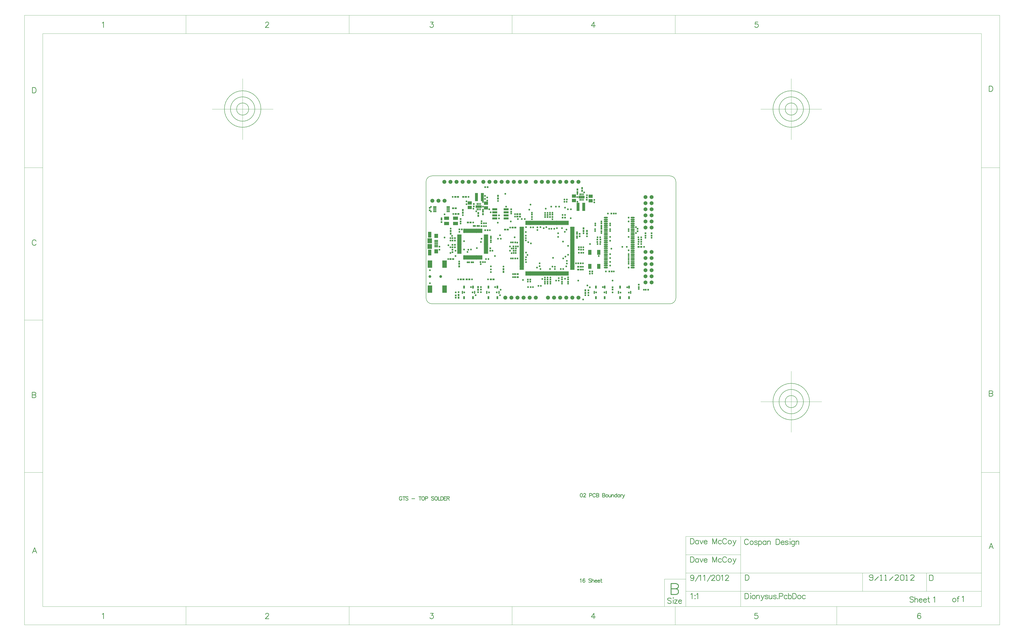
<source format=gts>
%FSLAX25Y25*%
%MOIN*%
G70*
G01*
G75*
G04 Layer_Color=8388736*
%ADD10R,0.02953X0.02559*%
%ADD11R,0.09843X0.03543*%
%ADD12R,0.00984X0.03150*%
%ADD13R,0.02559X0.02953*%
%ADD14R,0.04331X0.12598*%
%ADD15R,0.05906X0.05118*%
%ADD16R,0.02362X0.01969*%
%ADD17R,0.01969X0.02362*%
%ADD18R,0.01772X0.03937*%
%ADD19R,0.02362X0.03937*%
%ADD20R,0.02756X0.01969*%
%ADD21R,0.01969X0.02756*%
%ADD22R,0.07874X0.04724*%
%ADD23O,0.07087X0.01181*%
%ADD24O,0.01181X0.07087*%
%ADD25R,0.05315X0.01575*%
%ADD26R,0.05512X0.06299*%
%ADD27R,0.07087X0.07480*%
%ADD28R,0.05118X0.09055*%
%ADD29R,0.07087X0.11811*%
%ADD30R,0.04921X0.07284*%
%ADD31R,0.07480X0.02835*%
%ADD32R,0.04921X0.01378*%
%ADD33O,0.06102X0.02165*%
%ADD34C,0.00600*%
%ADD35C,0.01000*%
%ADD36C,0.02000*%
%ADD37C,0.03000*%
%ADD38C,0.01500*%
%ADD39C,0.00400*%
%ADD40C,0.00200*%
%ADD41C,0.01400*%
%ADD42C,0.06000*%
%ADD43C,0.03937*%
%ADD44C,0.05906*%
%ADD45C,0.02400*%
%ADD46C,0.04000*%
%ADD47C,0.14900*%
%ADD48C,0.06400*%
G04:AMPARAMS|DCode=49|XSize=80mil|YSize=80mil|CornerRadius=0mil|HoleSize=0mil|Usage=FLASHONLY|Rotation=0.000|XOffset=0mil|YOffset=0mil|HoleType=Round|Shape=Relief|Width=8mil|Gap=10mil|Entries=4|*
%AMTHD49*
7,0,0,0.08000,0.06000,0.00800,45*
%
%ADD49THD49*%
%ADD50C,0.09400*%
%ADD51C,0.03400*%
G04:AMPARAMS|DCode=52|XSize=50mil|YSize=50mil|CornerRadius=0mil|HoleSize=0mil|Usage=FLASHONLY|Rotation=0.000|XOffset=0mil|YOffset=0mil|HoleType=Round|Shape=Relief|Width=8mil|Gap=10mil|Entries=4|*
%AMTHD52*
7,0,0,0.05000,0.03000,0.00800,45*
%
%ADD52THD52*%
%ADD53C,0.00984*%
%ADD54C,0.02362*%
%ADD55C,0.00787*%
%ADD56C,0.00394*%
%ADD57R,0.03553X0.03159*%
%ADD58R,0.10394X0.04095*%
%ADD59R,0.01535X0.03701*%
%ADD60R,0.03159X0.03553*%
%ADD61R,0.04931X0.13198*%
%ADD62R,0.06506X0.05718*%
%ADD63R,0.02962X0.02569*%
%ADD64R,0.02569X0.02962*%
%ADD65R,0.02372X0.04537*%
%ADD66R,0.02962X0.04537*%
%ADD67R,0.03356X0.02569*%
%ADD68R,0.02569X0.03356*%
%ADD69R,0.08474X0.05324*%
%ADD70O,0.07687X0.01781*%
%ADD71O,0.01781X0.07687*%
%ADD72R,0.05915X0.02175*%
%ADD73R,0.06112X0.06899*%
%ADD74R,0.07687X0.08080*%
%ADD75R,0.05718X0.09655*%
%ADD76R,0.07687X0.12411*%
%ADD77R,0.05521X0.07883*%
%ADD78R,0.08080X0.03435*%
%ADD79R,0.05521X0.01978*%
%ADD80O,0.06702X0.02765*%
%ADD81C,0.00300*%
%ADD82C,0.06600*%
%ADD83C,0.04537*%
%ADD84C,0.06506*%
%ADD85C,0.03000*%
D34*
X400800Y400D02*
G03*
X410800Y10400I0J10000D01*
G01*
Y200400D02*
G03*
X400800Y210400I-10000J0D01*
G01*
X10800D02*
G03*
X800Y200400I0J-10000D01*
G01*
Y10400D02*
G03*
X10800Y400I10000J0D01*
G01*
X-270000Y320000D02*
G03*
X-270000Y320000I-30000J0D01*
G01*
X-280000D02*
G03*
X-280000Y320000I-20000J0D01*
G01*
X-290000D02*
G03*
X-290000Y320000I-10000J0D01*
G01*
X630000D02*
G03*
X630000Y320000I-30000J0D01*
G01*
X620000D02*
G03*
X620000Y320000I-20000J0D01*
G01*
X610000D02*
G03*
X610000Y320000I-10000J0D01*
G01*
X630000Y-160000D02*
G03*
X630000Y-160000I-30000J0D01*
G01*
X620000D02*
G03*
X620000Y-160000I-20000J0D01*
G01*
X610000D02*
G03*
X610000Y-160000I-10000J0D01*
G01*
X10800Y210400D02*
X400800D01*
X410800Y10400D02*
Y200400D01*
X10800Y400D02*
X400800D01*
X800Y10400D02*
Y200400D01*
D35*
X-38940Y-317064D02*
X-39226Y-316492D01*
X-39797Y-315921D01*
X-40369Y-315635D01*
X-41511D01*
X-42083Y-315921D01*
X-42654Y-316492D01*
X-42940Y-317064D01*
X-43225Y-317920D01*
Y-319349D01*
X-42940Y-320206D01*
X-42654Y-320777D01*
X-42083Y-321348D01*
X-41511Y-321634D01*
X-40369D01*
X-39797Y-321348D01*
X-39226Y-320777D01*
X-38940Y-320206D01*
Y-319349D01*
X-40369D02*
X-38940D01*
X-35570Y-315635D02*
Y-321634D01*
X-37569Y-315635D02*
X-33570D01*
X-28857Y-316492D02*
X-29428Y-315921D01*
X-30285Y-315635D01*
X-31428D01*
X-32285Y-315921D01*
X-32856Y-316492D01*
Y-317064D01*
X-32570Y-317635D01*
X-32285Y-317920D01*
X-31713Y-318206D01*
X-30000Y-318777D01*
X-29428Y-319063D01*
X-29142Y-319349D01*
X-28857Y-319920D01*
Y-320777D01*
X-29428Y-321348D01*
X-30285Y-321634D01*
X-31428D01*
X-32285Y-321348D01*
X-32856Y-320777D01*
X-22801Y-319063D02*
X-17659D01*
X-9175Y-315635D02*
Y-321634D01*
X-11175Y-315635D02*
X-7176D01*
X-4748D02*
X-5319Y-315921D01*
X-5890Y-316492D01*
X-6176Y-317064D01*
X-6462Y-317920D01*
Y-319349D01*
X-6176Y-320206D01*
X-5890Y-320777D01*
X-5319Y-321348D01*
X-4748Y-321634D01*
X-3605D01*
X-3034Y-321348D01*
X-2462Y-320777D01*
X-2177Y-320206D01*
X-1891Y-319349D01*
Y-317920D01*
X-2177Y-317064D01*
X-2462Y-316492D01*
X-3034Y-315921D01*
X-3605Y-315635D01*
X-4748D01*
X-491Y-318777D02*
X2079D01*
X2936Y-318492D01*
X3222Y-318206D01*
X3508Y-317635D01*
Y-316778D01*
X3222Y-316207D01*
X2936Y-315921D01*
X2079Y-315635D01*
X-491D01*
Y-321634D01*
X13563Y-316492D02*
X12991Y-315921D01*
X12134Y-315635D01*
X10992D01*
X10135Y-315921D01*
X9563Y-316492D01*
Y-317064D01*
X9849Y-317635D01*
X10135Y-317920D01*
X10706Y-318206D01*
X12420Y-318777D01*
X12991Y-319063D01*
X13277Y-319349D01*
X13563Y-319920D01*
Y-320777D01*
X12991Y-321348D01*
X12134Y-321634D01*
X10992D01*
X10135Y-321348D01*
X9563Y-320777D01*
X16619Y-315635D02*
X16048Y-315921D01*
X15476Y-316492D01*
X15191Y-317064D01*
X14905Y-317920D01*
Y-319349D01*
X15191Y-320206D01*
X15476Y-320777D01*
X16048Y-321348D01*
X16619Y-321634D01*
X17762D01*
X18333Y-321348D01*
X18904Y-320777D01*
X19190Y-320206D01*
X19476Y-319349D01*
Y-317920D01*
X19190Y-317064D01*
X18904Y-316492D01*
X18333Y-315921D01*
X17762Y-315635D01*
X16619D01*
X20875D02*
Y-321634D01*
X24303D01*
X24960Y-315635D02*
Y-321634D01*
Y-315635D02*
X26960D01*
X27817Y-315921D01*
X28388Y-316492D01*
X28674Y-317064D01*
X28959Y-317920D01*
Y-319349D01*
X28674Y-320206D01*
X28388Y-320777D01*
X27817Y-321348D01*
X26960Y-321634D01*
X24960D01*
X34015Y-315635D02*
X30302D01*
Y-321634D01*
X34015D01*
X30302Y-318492D02*
X32587D01*
X35015Y-315635D02*
Y-321634D01*
Y-315635D02*
X37586D01*
X38443Y-315921D01*
X38729Y-316207D01*
X39014Y-316778D01*
Y-317349D01*
X38729Y-317920D01*
X38443Y-318206D01*
X37586Y-318492D01*
X35015D01*
X37015D02*
X39014Y-321634D01*
X255214Y-310501D02*
X254357Y-310787D01*
X253786Y-311644D01*
X253500Y-313072D01*
Y-313929D01*
X253786Y-315357D01*
X254357Y-316214D01*
X255214Y-316500D01*
X255785D01*
X256642Y-316214D01*
X257213Y-315357D01*
X257499Y-313929D01*
Y-313072D01*
X257213Y-311644D01*
X256642Y-310787D01*
X255785Y-310501D01*
X255214D01*
X259127Y-311930D02*
Y-311644D01*
X259413Y-311073D01*
X259699Y-310787D01*
X260270Y-310501D01*
X261413D01*
X261984Y-310787D01*
X262269Y-311073D01*
X262555Y-311644D01*
Y-312215D01*
X262269Y-312787D01*
X261698Y-313644D01*
X258842Y-316500D01*
X262841D01*
X268897Y-313644D02*
X271468D01*
X272324Y-313358D01*
X272610Y-313072D01*
X272896Y-312501D01*
Y-311644D01*
X272610Y-311073D01*
X272324Y-310787D01*
X271468Y-310501D01*
X268897D01*
Y-316500D01*
X278523Y-311930D02*
X278238Y-311358D01*
X277666Y-310787D01*
X277095Y-310501D01*
X275952D01*
X275381Y-310787D01*
X274810Y-311358D01*
X274524Y-311930D01*
X274238Y-312787D01*
Y-314215D01*
X274524Y-315072D01*
X274810Y-315643D01*
X275381Y-316214D01*
X275952Y-316500D01*
X277095D01*
X277666Y-316214D01*
X278238Y-315643D01*
X278523Y-315072D01*
X280209Y-310501D02*
Y-316500D01*
Y-310501D02*
X282779D01*
X283636Y-310787D01*
X283922Y-311073D01*
X284208Y-311644D01*
Y-312215D01*
X283922Y-312787D01*
X283636Y-313072D01*
X282779Y-313358D01*
X280209D02*
X282779D01*
X283636Y-313644D01*
X283922Y-313929D01*
X284208Y-314500D01*
Y-315357D01*
X283922Y-315929D01*
X283636Y-316214D01*
X282779Y-316500D01*
X280209D01*
X290264Y-310501D02*
Y-316500D01*
Y-310501D02*
X292834D01*
X293691Y-310787D01*
X293977Y-311073D01*
X294263Y-311644D01*
Y-312215D01*
X293977Y-312787D01*
X293691Y-313072D01*
X292834Y-313358D01*
X290264D02*
X292834D01*
X293691Y-313644D01*
X293977Y-313929D01*
X294263Y-314500D01*
Y-315357D01*
X293977Y-315929D01*
X293691Y-316214D01*
X292834Y-316500D01*
X290264D01*
X297034Y-312501D02*
X296462Y-312787D01*
X295891Y-313358D01*
X295605Y-314215D01*
Y-314786D01*
X295891Y-315643D01*
X296462Y-316214D01*
X297034Y-316500D01*
X297890D01*
X298462Y-316214D01*
X299033Y-315643D01*
X299319Y-314786D01*
Y-314215D01*
X299033Y-313358D01*
X298462Y-312787D01*
X297890Y-312501D01*
X297034D01*
X300633D02*
Y-315357D01*
X300918Y-316214D01*
X301490Y-316500D01*
X302347D01*
X302918Y-316214D01*
X303775Y-315357D01*
Y-312501D02*
Y-316500D01*
X305346Y-312501D02*
Y-316500D01*
Y-313644D02*
X306203Y-312787D01*
X306774Y-312501D01*
X307631D01*
X308203Y-312787D01*
X308488Y-313644D01*
Y-316500D01*
X313487Y-310501D02*
Y-316500D01*
Y-313358D02*
X312916Y-312787D01*
X312345Y-312501D01*
X311488D01*
X310916Y-312787D01*
X310345Y-313358D01*
X310059Y-314215D01*
Y-314786D01*
X310345Y-315643D01*
X310916Y-316214D01*
X311488Y-316500D01*
X312345D01*
X312916Y-316214D01*
X313487Y-315643D01*
X318515Y-312501D02*
Y-316500D01*
Y-313358D02*
X317943Y-312787D01*
X317372Y-312501D01*
X316515D01*
X315944Y-312787D01*
X315372Y-313358D01*
X315087Y-314215D01*
Y-314786D01*
X315372Y-315643D01*
X315944Y-316214D01*
X316515Y-316500D01*
X317372D01*
X317943Y-316214D01*
X318515Y-315643D01*
X320114Y-312501D02*
Y-316500D01*
Y-314215D02*
X320400Y-313358D01*
X320971Y-312787D01*
X321543Y-312501D01*
X322399D01*
X323228D02*
X324942Y-316500D01*
X326656Y-312501D02*
X324942Y-316500D01*
X324371Y-317643D01*
X323799Y-318214D01*
X323228Y-318500D01*
X322942D01*
X253500Y-451644D02*
X254071Y-451358D01*
X254928Y-450501D01*
Y-456500D01*
X261327Y-451358D02*
X261041Y-450787D01*
X260184Y-450501D01*
X259613D01*
X258756Y-450787D01*
X258185Y-451644D01*
X257899Y-453072D01*
Y-454500D01*
X258185Y-455643D01*
X258756Y-456214D01*
X259613Y-456500D01*
X259899D01*
X260756Y-456214D01*
X261327Y-455643D01*
X261613Y-454786D01*
Y-454500D01*
X261327Y-453644D01*
X260756Y-453072D01*
X259899Y-452786D01*
X259613D01*
X258756Y-453072D01*
X258185Y-453644D01*
X257899Y-454500D01*
X271639Y-451358D02*
X271068Y-450787D01*
X270211Y-450501D01*
X269068D01*
X268211Y-450787D01*
X267640Y-451358D01*
Y-451930D01*
X267926Y-452501D01*
X268211Y-452786D01*
X268782Y-453072D01*
X270496Y-453644D01*
X271068Y-453929D01*
X271353Y-454215D01*
X271639Y-454786D01*
Y-455643D01*
X271068Y-456214D01*
X270211Y-456500D01*
X269068D01*
X268211Y-456214D01*
X267640Y-455643D01*
X272982Y-450501D02*
Y-456500D01*
Y-453644D02*
X273838Y-452786D01*
X274410Y-452501D01*
X275267D01*
X275838Y-452786D01*
X276124Y-453644D01*
Y-456500D01*
X277695Y-454215D02*
X281123D01*
Y-453644D01*
X280837Y-453072D01*
X280551Y-452786D01*
X279980Y-452501D01*
X279123D01*
X278552Y-452786D01*
X277980Y-453358D01*
X277695Y-454215D01*
Y-454786D01*
X277980Y-455643D01*
X278552Y-456214D01*
X279123Y-456500D01*
X279980D01*
X280551Y-456214D01*
X281123Y-455643D01*
X282408Y-454215D02*
X285836D01*
Y-453644D01*
X285550Y-453072D01*
X285265Y-452786D01*
X284693Y-452501D01*
X283836D01*
X283265Y-452786D01*
X282694Y-453358D01*
X282408Y-454215D01*
Y-454786D01*
X282694Y-455643D01*
X283265Y-456214D01*
X283836Y-456500D01*
X284693D01*
X285265Y-456214D01*
X285836Y-455643D01*
X287978Y-450501D02*
Y-455357D01*
X288264Y-456214D01*
X288835Y-456500D01*
X289407D01*
X287121Y-452501D02*
X289121D01*
X880091Y-480724D02*
X880947Y-480295D01*
X882233Y-479010D01*
Y-488008D01*
X826500Y-444503D02*
Y-453500D01*
X830999D01*
X832498Y-452001D01*
Y-446002D01*
X830999Y-444503D01*
X826500D01*
X833142Y-481708D02*
X833999Y-481280D01*
X835284Y-479994D01*
Y-488992D01*
X-530500Y461284D02*
X-529643Y461713D01*
X-528358Y462998D01*
Y454000D01*
X924500Y357998D02*
Y349000D01*
Y357998D02*
X927499D01*
X928785Y357570D01*
X929642Y356713D01*
X930070Y355856D01*
X930499Y354570D01*
Y352428D01*
X930070Y351142D01*
X929642Y350285D01*
X928785Y349429D01*
X927499Y349000D01*
X924500D01*
X529549Y-387581D02*
X529121Y-386724D01*
X528264Y-385867D01*
X527407Y-385439D01*
X525693D01*
X524836Y-385867D01*
X523979Y-386724D01*
X523551Y-387581D01*
X523122Y-388867D01*
Y-391009D01*
X523551Y-392295D01*
X523979Y-393152D01*
X524836Y-394008D01*
X525693Y-394437D01*
X527407D01*
X528264Y-394008D01*
X529121Y-393152D01*
X529549Y-392295D01*
X534220Y-388438D02*
X533363Y-388867D01*
X532506Y-389724D01*
X532077Y-391009D01*
Y-391866D01*
X532506Y-393152D01*
X533363Y-394008D01*
X534220Y-394437D01*
X535505D01*
X536362Y-394008D01*
X537219Y-393152D01*
X537647Y-391866D01*
Y-391009D01*
X537219Y-389724D01*
X536362Y-388867D01*
X535505Y-388438D01*
X534220D01*
X544332Y-389724D02*
X543903Y-388867D01*
X542618Y-388438D01*
X541332D01*
X540047Y-388867D01*
X539618Y-389724D01*
X540047Y-390581D01*
X540904Y-391009D01*
X543046Y-391438D01*
X543903Y-391866D01*
X544332Y-392723D01*
Y-393152D01*
X543903Y-394008D01*
X542618Y-394437D01*
X541332D01*
X540047Y-394008D01*
X539618Y-393152D01*
X546217Y-388438D02*
Y-397436D01*
Y-389724D02*
X547074Y-388867D01*
X547931Y-388438D01*
X549217D01*
X550073Y-388867D01*
X550930Y-389724D01*
X551359Y-391009D01*
Y-391866D01*
X550930Y-393152D01*
X550073Y-394008D01*
X549217Y-394437D01*
X547931D01*
X547074Y-394008D01*
X546217Y-393152D01*
X558429Y-388438D02*
Y-394437D01*
Y-389724D02*
X557572Y-388867D01*
X556715Y-388438D01*
X555429D01*
X554572Y-388867D01*
X553716Y-389724D01*
X553287Y-391009D01*
Y-391866D01*
X553716Y-393152D01*
X554572Y-394008D01*
X555429Y-394437D01*
X556715D01*
X557572Y-394008D01*
X558429Y-393152D01*
X560828Y-388438D02*
Y-394437D01*
Y-390152D02*
X562114Y-388867D01*
X562971Y-388438D01*
X564256D01*
X565113Y-388867D01*
X565542Y-390152D01*
Y-394437D01*
X574968Y-385439D02*
Y-394437D01*
Y-385439D02*
X577967D01*
X579253Y-385867D01*
X580110Y-386724D01*
X580538Y-387581D01*
X580967Y-388867D01*
Y-391009D01*
X580538Y-392295D01*
X580110Y-393152D01*
X579253Y-394008D01*
X577967Y-394437D01*
X574968D01*
X582981Y-391009D02*
X588122D01*
Y-390152D01*
X587694Y-389295D01*
X587265Y-388867D01*
X586409Y-388438D01*
X585123D01*
X584266Y-388867D01*
X583409Y-389724D01*
X582981Y-391009D01*
Y-391866D01*
X583409Y-393152D01*
X584266Y-394008D01*
X585123Y-394437D01*
X586409D01*
X587265Y-394008D01*
X588122Y-393152D01*
X594764Y-389724D02*
X594335Y-388867D01*
X593050Y-388438D01*
X591764D01*
X590479Y-388867D01*
X590051Y-389724D01*
X590479Y-390581D01*
X591336Y-391009D01*
X593478Y-391438D01*
X594335Y-391866D01*
X594764Y-392723D01*
Y-393152D01*
X594335Y-394008D01*
X593050Y-394437D01*
X591764D01*
X590479Y-394008D01*
X590051Y-393152D01*
X597506Y-385439D02*
X597935Y-385867D01*
X598363Y-385439D01*
X597935Y-385011D01*
X597506Y-385439D01*
X597935Y-388438D02*
Y-394437D01*
X605090Y-388438D02*
Y-395294D01*
X604662Y-396579D01*
X604233Y-397008D01*
X603376Y-397436D01*
X602091D01*
X601234Y-397008D01*
X605090Y-389724D02*
X604233Y-388867D01*
X603376Y-388438D01*
X602091D01*
X601234Y-388867D01*
X600377Y-389724D01*
X599948Y-391009D01*
Y-391866D01*
X600377Y-393152D01*
X601234Y-394008D01*
X602091Y-394437D01*
X603376D01*
X604233Y-394008D01*
X605090Y-393152D01*
X607490Y-388438D02*
Y-394437D01*
Y-390152D02*
X608775Y-388867D01*
X609632Y-388438D01*
X610918D01*
X611774Y-388867D01*
X612203Y-390152D01*
Y-394437D01*
X931356Y-401000D02*
X927928Y-392002D01*
X924500Y-401000D01*
X925785Y-398001D02*
X930070D01*
X-262572Y460856D02*
Y461284D01*
X-262143Y462141D01*
X-261715Y462570D01*
X-260858Y462998D01*
X-259144D01*
X-258287Y462570D01*
X-257858Y462141D01*
X-257430Y461284D01*
Y460427D01*
X-257858Y459570D01*
X-258715Y458285D01*
X-263000Y454000D01*
X-257001D01*
X7857Y462998D02*
X12570D01*
X9999Y459570D01*
X11285D01*
X12142Y459142D01*
X12570Y458713D01*
X12999Y457428D01*
Y456571D01*
X12570Y455285D01*
X11713Y454428D01*
X10428Y454000D01*
X9142D01*
X7857Y454428D01*
X7429Y454857D01*
X7000Y455714D01*
X276285Y462998D02*
X272000Y456999D01*
X278427D01*
X276285Y462998D02*
Y454000D01*
X545142Y462998D02*
X540857D01*
X540428Y459142D01*
X540857Y459570D01*
X542142Y459999D01*
X543428D01*
X544713Y459570D01*
X545570Y458713D01*
X545999Y457428D01*
Y456571D01*
X545570Y455285D01*
X544713Y454428D01*
X543428Y454000D01*
X542142D01*
X540857Y454428D01*
X540428Y454857D01*
X540000Y455714D01*
X-530500Y-508716D02*
X-529643Y-508287D01*
X-528358Y-507002D01*
Y-516000D01*
X-262572Y-509144D02*
Y-508716D01*
X-262143Y-507859D01*
X-261715Y-507430D01*
X-260858Y-507002D01*
X-259144D01*
X-258287Y-507430D01*
X-257858Y-507859D01*
X-257430Y-508716D01*
Y-509573D01*
X-257858Y-510430D01*
X-258715Y-511715D01*
X-263000Y-516000D01*
X-257001D01*
X7857Y-507002D02*
X12570D01*
X9999Y-510430D01*
X11285D01*
X12142Y-510858D01*
X12570Y-511287D01*
X12999Y-512572D01*
Y-513429D01*
X12570Y-514715D01*
X11713Y-515571D01*
X10428Y-516000D01*
X9142D01*
X7857Y-515571D01*
X7429Y-515143D01*
X7000Y-514286D01*
X276285Y-507002D02*
X272000Y-513001D01*
X278427D01*
X276285Y-507002D02*
Y-516000D01*
X544642Y-507002D02*
X540357D01*
X539928Y-510858D01*
X540357Y-510430D01*
X541642Y-510001D01*
X542928D01*
X544213Y-510430D01*
X545070Y-511287D01*
X545499Y-512572D01*
Y-513429D01*
X545070Y-514715D01*
X544213Y-515571D01*
X542928Y-516000D01*
X541642D01*
X540357Y-515571D01*
X539928Y-515143D01*
X539500Y-514286D01*
X728000Y-451501D02*
X729499Y-453000D01*
X732499D01*
X733998Y-451501D01*
Y-445502D01*
X732499Y-444003D01*
X729499D01*
X728000Y-445502D01*
Y-447002D01*
X729499Y-448501D01*
X733998D01*
X736997Y-453000D02*
X742995Y-447002D01*
X745994Y-453000D02*
X748993D01*
X747494D01*
Y-444003D01*
X745994Y-445502D01*
X753492Y-453000D02*
X756491D01*
X754991D01*
Y-444003D01*
X753492Y-445502D01*
X760989Y-453000D02*
X766987Y-447002D01*
X775984Y-453000D02*
X769986D01*
X775984Y-447002D01*
Y-445502D01*
X774485Y-444003D01*
X771486D01*
X769986Y-445502D01*
X778983D02*
X780483Y-444003D01*
X783482D01*
X784982Y-445502D01*
Y-451501D01*
X783482Y-453000D01*
X780483D01*
X778983Y-451501D01*
Y-445502D01*
X787981Y-453000D02*
X790980D01*
X789480D01*
Y-444003D01*
X787981Y-445502D01*
X801476Y-453000D02*
X795478D01*
X801476Y-447002D01*
Y-445502D01*
X799977Y-444003D01*
X796978D01*
X795478Y-445502D01*
X524500Y-444002D02*
Y-453000D01*
Y-444002D02*
X527499D01*
X528785Y-444430D01*
X529642Y-445287D01*
X530070Y-446144D01*
X530499Y-447430D01*
Y-449572D01*
X530070Y-450858D01*
X529642Y-451715D01*
X528785Y-452571D01*
X527499Y-453000D01*
X524500D01*
X800499Y-481287D02*
X799642Y-480430D01*
X798356Y-480002D01*
X796642D01*
X795357Y-480430D01*
X794500Y-481287D01*
Y-482144D01*
X794929Y-483001D01*
X795357Y-483430D01*
X796214Y-483858D01*
X798785Y-484715D01*
X799642Y-485144D01*
X800070Y-485572D01*
X800499Y-486429D01*
Y-487715D01*
X799642Y-488572D01*
X798356Y-489000D01*
X796642D01*
X795357Y-488572D01*
X794500Y-487715D01*
X802513Y-480002D02*
Y-489000D01*
Y-484715D02*
X803798Y-483430D01*
X804655Y-483001D01*
X805940D01*
X806797Y-483430D01*
X807226Y-484715D01*
Y-489000D01*
X809583Y-485572D02*
X814724D01*
Y-484715D01*
X814296Y-483858D01*
X813867Y-483430D01*
X813010Y-483001D01*
X811725D01*
X810868Y-483430D01*
X810011Y-484287D01*
X809583Y-485572D01*
Y-486429D01*
X810011Y-487715D01*
X810868Y-488572D01*
X811725Y-489000D01*
X813010D01*
X813867Y-488572D01*
X814724Y-487715D01*
X816652Y-485572D02*
X821794D01*
Y-484715D01*
X821366Y-483858D01*
X820937Y-483430D01*
X820080Y-483001D01*
X818795D01*
X817938Y-483430D01*
X817081Y-484287D01*
X816652Y-485572D01*
Y-486429D01*
X817081Y-487715D01*
X817938Y-488572D01*
X818795Y-489000D01*
X820080D01*
X820937Y-488572D01*
X821794Y-487715D01*
X825008Y-480002D02*
Y-487286D01*
X825436Y-488572D01*
X826293Y-489000D01*
X827150D01*
X823722Y-483001D02*
X826722D01*
X866642Y-482501D02*
X865785Y-482930D01*
X864929Y-483787D01*
X864500Y-485072D01*
Y-485929D01*
X864929Y-487215D01*
X865785Y-488071D01*
X866642Y-488500D01*
X867928D01*
X868785Y-488071D01*
X869642Y-487215D01*
X870070Y-485929D01*
Y-485072D01*
X869642Y-483787D01*
X868785Y-482930D01*
X867928Y-482501D01*
X866642D01*
X875469Y-479502D02*
X874612D01*
X873755Y-479930D01*
X873327Y-481216D01*
Y-488500D01*
X872041Y-482501D02*
X875041D01*
X434500Y-384502D02*
Y-393500D01*
Y-384502D02*
X437499D01*
X438785Y-384930D01*
X439642Y-385787D01*
X440070Y-386644D01*
X440499Y-387930D01*
Y-390072D01*
X440070Y-391358D01*
X439642Y-392215D01*
X438785Y-393072D01*
X437499Y-393500D01*
X434500D01*
X447654Y-387501D02*
Y-393500D01*
Y-388787D02*
X446797Y-387930D01*
X445940Y-387501D01*
X444655D01*
X443798Y-387930D01*
X442941Y-388787D01*
X442513Y-390072D01*
Y-390929D01*
X442941Y-392215D01*
X443798Y-393072D01*
X444655Y-393500D01*
X445940D01*
X446797Y-393072D01*
X447654Y-392215D01*
X450054Y-387501D02*
X452625Y-393500D01*
X455196Y-387501D02*
X452625Y-393500D01*
X456652Y-390072D02*
X461794D01*
Y-389215D01*
X461366Y-388358D01*
X460937Y-387930D01*
X460080Y-387501D01*
X458795D01*
X457938Y-387930D01*
X457081Y-388787D01*
X456652Y-390072D01*
Y-390929D01*
X457081Y-392215D01*
X457938Y-393072D01*
X458795Y-393500D01*
X460080D01*
X460937Y-393072D01*
X461794Y-392215D01*
X470792Y-384502D02*
Y-393500D01*
Y-384502D02*
X474220Y-393500D01*
X477648Y-384502D02*
X474220Y-393500D01*
X477648Y-384502D02*
Y-393500D01*
X485360Y-388787D02*
X484504Y-387930D01*
X483647Y-387501D01*
X482361D01*
X481504Y-387930D01*
X480647Y-388787D01*
X480219Y-390072D01*
Y-390929D01*
X480647Y-392215D01*
X481504Y-393072D01*
X482361Y-393500D01*
X483647D01*
X484504Y-393072D01*
X485360Y-392215D01*
X493716Y-386644D02*
X493287Y-385787D01*
X492430Y-384930D01*
X491573Y-384502D01*
X489860D01*
X489003Y-384930D01*
X488146Y-385787D01*
X487717Y-386644D01*
X487289Y-387930D01*
Y-390072D01*
X487717Y-391358D01*
X488146Y-392215D01*
X489003Y-393072D01*
X489860Y-393500D01*
X491573D01*
X492430Y-393072D01*
X493287Y-392215D01*
X493716Y-391358D01*
X498386Y-387501D02*
X497529Y-387930D01*
X496672Y-388787D01*
X496244Y-390072D01*
Y-390929D01*
X496672Y-392215D01*
X497529Y-393072D01*
X498386Y-393500D01*
X499672D01*
X500529Y-393072D01*
X501386Y-392215D01*
X501814Y-390929D01*
Y-390072D01*
X501386Y-388787D01*
X500529Y-387930D01*
X499672Y-387501D01*
X498386D01*
X504214D02*
X506784Y-393500D01*
X509355Y-387501D02*
X506784Y-393500D01*
X505928Y-395214D01*
X505071Y-396071D01*
X504214Y-396499D01*
X503785D01*
X434500Y-414502D02*
Y-423500D01*
Y-414502D02*
X437499D01*
X438785Y-414930D01*
X439642Y-415787D01*
X440070Y-416644D01*
X440499Y-417930D01*
Y-420072D01*
X440070Y-421358D01*
X439642Y-422215D01*
X438785Y-423071D01*
X437499Y-423500D01*
X434500D01*
X447654Y-417501D02*
Y-423500D01*
Y-418787D02*
X446797Y-417930D01*
X445940Y-417501D01*
X444655D01*
X443798Y-417930D01*
X442941Y-418787D01*
X442513Y-420072D01*
Y-420929D01*
X442941Y-422215D01*
X443798Y-423071D01*
X444655Y-423500D01*
X445940D01*
X446797Y-423071D01*
X447654Y-422215D01*
X450054Y-417501D02*
X452625Y-423500D01*
X455196Y-417501D02*
X452625Y-423500D01*
X456652Y-420072D02*
X461794D01*
Y-419215D01*
X461366Y-418358D01*
X460937Y-417930D01*
X460080Y-417501D01*
X458795D01*
X457938Y-417930D01*
X457081Y-418787D01*
X456652Y-420072D01*
Y-420929D01*
X457081Y-422215D01*
X457938Y-423071D01*
X458795Y-423500D01*
X460080D01*
X460937Y-423071D01*
X461794Y-422215D01*
X470792Y-414502D02*
Y-423500D01*
Y-414502D02*
X474220Y-423500D01*
X477648Y-414502D02*
X474220Y-423500D01*
X477648Y-414502D02*
Y-423500D01*
X485360Y-418787D02*
X484504Y-417930D01*
X483647Y-417501D01*
X482361D01*
X481504Y-417930D01*
X480647Y-418787D01*
X480219Y-420072D01*
Y-420929D01*
X480647Y-422215D01*
X481504Y-423071D01*
X482361Y-423500D01*
X483647D01*
X484504Y-423071D01*
X485360Y-422215D01*
X493716Y-416644D02*
X493287Y-415787D01*
X492430Y-414930D01*
X491573Y-414502D01*
X489860D01*
X489003Y-414930D01*
X488146Y-415787D01*
X487717Y-416644D01*
X487289Y-417930D01*
Y-420072D01*
X487717Y-421358D01*
X488146Y-422215D01*
X489003Y-423071D01*
X489860Y-423500D01*
X491573D01*
X492430Y-423071D01*
X493287Y-422215D01*
X493716Y-421358D01*
X498386Y-417501D02*
X497529Y-417930D01*
X496672Y-418787D01*
X496244Y-420072D01*
Y-420929D01*
X496672Y-422215D01*
X497529Y-423071D01*
X498386Y-423500D01*
X499672D01*
X500529Y-423071D01*
X501386Y-422215D01*
X501814Y-420929D01*
Y-420072D01*
X501386Y-418787D01*
X500529Y-417930D01*
X499672Y-417501D01*
X498386D01*
X504214D02*
X506784Y-423500D01*
X509355Y-417501D02*
X506784Y-423500D01*
X505928Y-425214D01*
X505071Y-426071D01*
X504214Y-426499D01*
X503785D01*
X440070Y-447501D02*
X439642Y-448787D01*
X438785Y-449644D01*
X437499Y-450072D01*
X437071D01*
X435785Y-449644D01*
X434929Y-448787D01*
X434500Y-447501D01*
Y-447073D01*
X434929Y-445787D01*
X435785Y-444930D01*
X437071Y-444502D01*
X437499D01*
X438785Y-444930D01*
X439642Y-445787D01*
X440070Y-447501D01*
Y-449644D01*
X439642Y-451786D01*
X438785Y-453071D01*
X437499Y-453500D01*
X436642D01*
X435357Y-453071D01*
X434929Y-452215D01*
X442513Y-454785D02*
X448511Y-444502D01*
X449111Y-446216D02*
X449968Y-445787D01*
X451254Y-444502D01*
Y-453500D01*
X455710Y-446216D02*
X456567Y-445787D01*
X457852Y-444502D01*
Y-453500D01*
X462308Y-454785D02*
X468307Y-444502D01*
X469335Y-446644D02*
Y-446216D01*
X469764Y-445359D01*
X470192Y-444930D01*
X471049Y-444502D01*
X472763D01*
X473620Y-444930D01*
X474049Y-445359D01*
X474477Y-446216D01*
Y-447073D01*
X474049Y-447930D01*
X473192Y-449215D01*
X468907Y-453500D01*
X474906D01*
X479490Y-444502D02*
X478205Y-444930D01*
X477348Y-446216D01*
X476920Y-448358D01*
Y-449644D01*
X477348Y-451786D01*
X478205Y-453071D01*
X479490Y-453500D01*
X480347D01*
X481633Y-453071D01*
X482490Y-451786D01*
X482918Y-449644D01*
Y-448358D01*
X482490Y-446216D01*
X481633Y-444930D01*
X480347Y-444502D01*
X479490D01*
X484932Y-446216D02*
X485789Y-445787D01*
X487075Y-444502D01*
Y-453500D01*
X491959Y-446644D02*
Y-446216D01*
X492388Y-445359D01*
X492816Y-444930D01*
X493673Y-444502D01*
X495387D01*
X496244Y-444930D01*
X496672Y-445359D01*
X497101Y-446216D01*
Y-447073D01*
X496672Y-447930D01*
X495816Y-449215D01*
X491531Y-453500D01*
X497529D01*
X402999Y-483287D02*
X402142Y-482430D01*
X400856Y-482002D01*
X399142D01*
X397857Y-482430D01*
X397000Y-483287D01*
Y-484144D01*
X397428Y-485001D01*
X397857Y-485430D01*
X398714Y-485858D01*
X401285Y-486715D01*
X402142Y-487144D01*
X402570Y-487572D01*
X402999Y-488429D01*
Y-489715D01*
X402142Y-490571D01*
X400856Y-491000D01*
X399142D01*
X397857Y-490571D01*
X397000Y-489715D01*
X405869Y-482002D02*
X406298Y-482430D01*
X406727Y-482002D01*
X406298Y-481573D01*
X405869Y-482002D01*
X406298Y-485001D02*
Y-491000D01*
X413025Y-485001D02*
X408312Y-491000D01*
Y-485001D02*
X413025D01*
X408312Y-491000D02*
X413025D01*
X414911Y-487572D02*
X420052D01*
Y-486715D01*
X419624Y-485858D01*
X419195Y-485430D01*
X418338Y-485001D01*
X417053D01*
X416196Y-485430D01*
X415339Y-486287D01*
X414911Y-487572D01*
Y-488429D01*
X415339Y-489715D01*
X416196Y-490571D01*
X417053Y-491000D01*
X418338D01*
X419195Y-490571D01*
X420052Y-489715D01*
X435000Y-476216D02*
X435857Y-475787D01*
X437142Y-474502D01*
Y-483500D01*
X442027Y-477501D02*
X441599Y-477930D01*
X442027Y-478358D01*
X442456Y-477930D01*
X442027Y-477501D01*
Y-482643D02*
X441599Y-483072D01*
X442027Y-483500D01*
X442456Y-483072D01*
X442027Y-482643D01*
X444427Y-476216D02*
X445284Y-475787D01*
X446569Y-474502D01*
Y-483500D01*
X524000Y-474502D02*
Y-483500D01*
Y-474502D02*
X526999D01*
X528285Y-474930D01*
X529142Y-475787D01*
X529570Y-476644D01*
X529999Y-477930D01*
Y-480072D01*
X529570Y-481358D01*
X529142Y-482215D01*
X528285Y-483072D01*
X526999Y-483500D01*
X524000D01*
X532869Y-474502D02*
X533298Y-474930D01*
X533727Y-474502D01*
X533298Y-474073D01*
X532869Y-474502D01*
X533298Y-477501D02*
Y-483500D01*
X537454Y-477501D02*
X536597Y-477930D01*
X535740Y-478787D01*
X535312Y-480072D01*
Y-480929D01*
X535740Y-482215D01*
X536597Y-483072D01*
X537454Y-483500D01*
X538740D01*
X539597Y-483072D01*
X540454Y-482215D01*
X540882Y-480929D01*
Y-480072D01*
X540454Y-478787D01*
X539597Y-477930D01*
X538740Y-477501D01*
X537454D01*
X542853D02*
Y-483500D01*
Y-479215D02*
X544138Y-477930D01*
X544995Y-477501D01*
X546281D01*
X547138Y-477930D01*
X547566Y-479215D01*
Y-483500D01*
X550351Y-477501D02*
X552922Y-483500D01*
X555493Y-477501D02*
X552922Y-483500D01*
X552065Y-485214D01*
X551208Y-486071D01*
X550351Y-486499D01*
X549923D01*
X561706Y-478787D02*
X561278Y-477930D01*
X559992Y-477501D01*
X558707D01*
X557421Y-477930D01*
X556993Y-478787D01*
X557421Y-479644D01*
X558278Y-480072D01*
X560421Y-480501D01*
X561278Y-480929D01*
X561706Y-481786D01*
Y-482215D01*
X561278Y-483072D01*
X559992Y-483500D01*
X558707D01*
X557421Y-483072D01*
X556993Y-482215D01*
X563591Y-477501D02*
Y-481786D01*
X564020Y-483072D01*
X564877Y-483500D01*
X566162D01*
X567019Y-483072D01*
X568305Y-481786D01*
Y-477501D02*
Y-483500D01*
X575375Y-478787D02*
X574946Y-477930D01*
X573661Y-477501D01*
X572375D01*
X571090Y-477930D01*
X570661Y-478787D01*
X571090Y-479644D01*
X571947Y-480072D01*
X574089Y-480501D01*
X574946Y-480929D01*
X575375Y-481786D01*
Y-482215D01*
X574946Y-483072D01*
X573661Y-483500D01*
X572375D01*
X571090Y-483072D01*
X570661Y-482215D01*
X577689Y-482643D02*
X577260Y-483072D01*
X577689Y-483500D01*
X578117Y-483072D01*
X577689Y-482643D01*
X580088Y-479215D02*
X583944D01*
X585230Y-478787D01*
X585658Y-478358D01*
X586087Y-477501D01*
Y-476216D01*
X585658Y-475359D01*
X585230Y-474930D01*
X583944Y-474502D01*
X580088D01*
Y-483500D01*
X593242Y-478787D02*
X592385Y-477930D01*
X591528Y-477501D01*
X590243D01*
X589386Y-477930D01*
X588529Y-478787D01*
X588101Y-480072D01*
Y-480929D01*
X588529Y-482215D01*
X589386Y-483072D01*
X590243Y-483500D01*
X591528D01*
X592385Y-483072D01*
X593242Y-482215D01*
X595170Y-474502D02*
Y-483500D01*
Y-478787D02*
X596027Y-477930D01*
X596884Y-477501D01*
X598170D01*
X599027Y-477930D01*
X599884Y-478787D01*
X600312Y-480072D01*
Y-480929D01*
X599884Y-482215D01*
X599027Y-483072D01*
X598170Y-483500D01*
X596884D01*
X596027Y-483072D01*
X595170Y-482215D01*
X602240Y-474502D02*
Y-483500D01*
Y-474502D02*
X605240D01*
X606525Y-474930D01*
X607382Y-475787D01*
X607811Y-476644D01*
X608239Y-477930D01*
Y-480072D01*
X607811Y-481358D01*
X607382Y-482215D01*
X606525Y-483072D01*
X605240Y-483500D01*
X602240D01*
X612395Y-477501D02*
X611538Y-477930D01*
X610681Y-478787D01*
X610253Y-480072D01*
Y-480929D01*
X610681Y-482215D01*
X611538Y-483072D01*
X612395Y-483500D01*
X613681D01*
X614538Y-483072D01*
X615395Y-482215D01*
X615823Y-480929D01*
Y-480072D01*
X615395Y-478787D01*
X614538Y-477930D01*
X613681Y-477501D01*
X612395D01*
X622936Y-478787D02*
X622079Y-477930D01*
X621222Y-477501D01*
X619937D01*
X619080Y-477930D01*
X618223Y-478787D01*
X617794Y-480072D01*
Y-480929D01*
X618223Y-482215D01*
X619080Y-483072D01*
X619937Y-483500D01*
X621222D01*
X622079Y-483072D01*
X622936Y-482215D01*
X812142Y-508287D02*
X811713Y-507430D01*
X810428Y-507002D01*
X809571D01*
X808285Y-507430D01*
X807428Y-508716D01*
X807000Y-510858D01*
Y-513001D01*
X807428Y-514715D01*
X808285Y-515571D01*
X809571Y-516000D01*
X809999D01*
X811285Y-515571D01*
X812142Y-514715D01*
X812570Y-513429D01*
Y-513001D01*
X812142Y-511715D01*
X811285Y-510858D01*
X809999Y-510430D01*
X809571D01*
X808285Y-510858D01*
X807428Y-511715D01*
X807000Y-513001D01*
X-645000Y355498D02*
Y346500D01*
Y355498D02*
X-642001D01*
X-640715Y355070D01*
X-639858Y354213D01*
X-639430Y353356D01*
X-639001Y352070D01*
Y349928D01*
X-639430Y348642D01*
X-639858Y347785D01*
X-640715Y346929D01*
X-642001Y346500D01*
X-645000D01*
X-639073Y103356D02*
X-639501Y104213D01*
X-640358Y105070D01*
X-641215Y105498D01*
X-642929D01*
X-643786Y105070D01*
X-644643Y104213D01*
X-645072Y103356D01*
X-645500Y102070D01*
Y99928D01*
X-645072Y98642D01*
X-644643Y97785D01*
X-643786Y96929D01*
X-642929Y96500D01*
X-641215D01*
X-640358Y96929D01*
X-639501Y97785D01*
X-639073Y98642D01*
X-645500Y-144502D02*
Y-153500D01*
Y-144502D02*
X-641644D01*
X-640358Y-144930D01*
X-639930Y-145359D01*
X-639501Y-146216D01*
Y-147073D01*
X-639930Y-147930D01*
X-640358Y-148358D01*
X-641644Y-148787D01*
X-645500D02*
X-641644D01*
X-640358Y-149215D01*
X-639930Y-149644D01*
X-639501Y-150501D01*
Y-151786D01*
X-639930Y-152643D01*
X-640358Y-153071D01*
X-641644Y-153500D01*
X-645500D01*
X-638144Y-408500D02*
X-641572Y-399502D01*
X-645000Y-408500D01*
X-643715Y-405501D02*
X-639430D01*
X924500Y-142002D02*
Y-151000D01*
Y-142002D02*
X928356D01*
X929642Y-142430D01*
X930070Y-142859D01*
X930499Y-143716D01*
Y-144573D01*
X930070Y-145430D01*
X929642Y-145858D01*
X928356Y-146287D01*
X924500D02*
X928356D01*
X929642Y-146715D01*
X930070Y-147144D01*
X930499Y-148001D01*
Y-149286D01*
X930070Y-150143D01*
X929642Y-150572D01*
X928356Y-151000D01*
X924500D01*
D39*
X-300000Y320000D02*
X-250000D01*
X-350000D02*
X-300000D01*
Y370000D01*
Y270000D02*
Y320000D01*
X600000D02*
X650000D01*
X550000D02*
X600000D01*
Y370000D01*
Y270000D02*
Y320000D01*
Y-160000D02*
Y-110000D01*
Y-210000D02*
Y-160000D01*
X650000D01*
X550000D02*
X600000D01*
D40*
X-628000Y444000D02*
X912000D01*
X517000Y-381000D02*
X912000D01*
X392000Y-496000D02*
Y-451000D01*
X427000D01*
Y-496000D02*
Y-381000D01*
X517000Y-496000D02*
Y-381000D01*
X717000Y-471000D02*
Y-441000D01*
X822000Y-471000D02*
Y-441000D01*
X427000Y-381000D02*
X517000D01*
X427000Y-441000D02*
X912000D01*
X427000Y-471000D02*
X912000D01*
X427000Y-411000D02*
X517000D01*
X674500Y-526000D02*
Y-496000D01*
X409500Y-526000D02*
Y-496000D01*
X-125500Y-526000D02*
Y-496000D01*
X142000Y-526000D02*
Y-496000D01*
X-393000Y-526000D02*
Y-496000D01*
X409500Y444000D02*
Y474000D01*
X-125500Y444000D02*
Y474000D01*
X142000Y444000D02*
Y474000D01*
X912000Y224000D02*
X942000D01*
X912000Y-276000D02*
X942000D01*
X-393000Y444000D02*
Y474000D01*
X-658000Y224000D02*
X-628000D01*
X-658000Y-276000D02*
X-628000D01*
X912000Y-496000D02*
Y444000D01*
X-658000Y-26000D02*
X-628000D01*
Y-496000D02*
X912000D01*
X-628000D02*
Y444000D01*
X-658000Y-526000D02*
X942000D01*
Y474000D01*
X-658000D02*
X942000D01*
X-658000Y-526000D02*
Y474000D01*
D41*
X403000Y-458504D02*
Y-476500D01*
Y-458504D02*
X410713D01*
X413283Y-459361D01*
X414141Y-460218D01*
X414997Y-461932D01*
Y-463646D01*
X414141Y-465359D01*
X413283Y-466217D01*
X410713Y-467073D01*
X403000D02*
X410713D01*
X413283Y-467930D01*
X414141Y-468787D01*
X414997Y-470501D01*
Y-473072D01*
X414141Y-474786D01*
X413283Y-475643D01*
X410713Y-476500D01*
X403000D01*
D57*
X142735Y125400D02*
D03*
X147065D02*
D03*
X62265Y40400D02*
D03*
X57935D02*
D03*
X250435Y61100D02*
D03*
X254765D02*
D03*
X250435Y56400D02*
D03*
X254765D02*
D03*
X147035Y44300D02*
D03*
X151365D02*
D03*
X353831Y94000D02*
D03*
X349500D02*
D03*
X45300Y73900D02*
D03*
X40969D02*
D03*
X53865Y148000D02*
D03*
X49535D02*
D03*
X69635Y133800D02*
D03*
X73965D02*
D03*
X45157Y157080D02*
D03*
X49487D02*
D03*
X151365Y49300D02*
D03*
X147035D02*
D03*
X134765Y122100D02*
D03*
X130435D02*
D03*
X53165Y175900D02*
D03*
X48835D02*
D03*
X154800Y143500D02*
D03*
X150469D02*
D03*
Y147400D02*
D03*
X154800D02*
D03*
D58*
X87375Y160000D02*
D03*
X256025Y175400D02*
D03*
D59*
X84422Y164331D02*
D03*
X86391D02*
D03*
X88359D02*
D03*
X90328D02*
D03*
Y155669D02*
D03*
X88359D02*
D03*
X86391D02*
D03*
X84422D02*
D03*
X258978Y179731D02*
D03*
X257010D02*
D03*
X255041D02*
D03*
X253072D02*
D03*
Y171069D02*
D03*
X255041D02*
D03*
X257010D02*
D03*
X258978D02*
D03*
D60*
X257000Y190365D02*
D03*
Y186035D02*
D03*
X249300Y183435D02*
D03*
Y187765D02*
D03*
X86435Y145000D02*
D03*
Y149331D02*
D03*
X94100Y151965D02*
D03*
Y147635D02*
D03*
X127800Y52900D02*
D03*
Y57231D02*
D03*
X86100Y27865D02*
D03*
Y23535D02*
D03*
X54100Y10400D02*
D03*
Y14731D02*
D03*
X259300Y124100D02*
D03*
Y119769D02*
D03*
X41300Y119965D02*
D03*
Y115635D02*
D03*
X61300Y154365D02*
D03*
Y150035D02*
D03*
X55200Y61800D02*
D03*
Y66131D02*
D03*
X262142Y22554D02*
D03*
Y18223D02*
D03*
X118800Y177400D02*
D03*
Y173069D02*
D03*
D61*
X93099Y175700D02*
D03*
X83650D02*
D03*
X250276Y159600D02*
D03*
X259724D02*
D03*
D62*
X271000Y169460D02*
D03*
Y176940D02*
D03*
X99275Y165480D02*
D03*
Y158000D02*
D03*
X72475Y165940D02*
D03*
Y158460D02*
D03*
X243500Y169860D02*
D03*
Y177340D02*
D03*
D63*
X79175Y164169D02*
D03*
Y160231D02*
D03*
X90835Y27800D02*
D03*
Y23863D02*
D03*
X49500Y10400D02*
D03*
Y14337D02*
D03*
X147900Y87669D02*
D03*
Y83732D02*
D03*
X144500Y87669D02*
D03*
Y83732D02*
D03*
X255100Y89300D02*
D03*
Y93237D02*
D03*
X233749Y40468D02*
D03*
Y36531D02*
D03*
X251500Y89400D02*
D03*
Y93337D02*
D03*
X204800Y40369D02*
D03*
Y36432D02*
D03*
X208158Y142931D02*
D03*
Y146869D02*
D03*
X200300Y40369D02*
D03*
Y36432D02*
D03*
X204300Y142931D02*
D03*
Y146869D02*
D03*
X174694Y142931D02*
D03*
Y146869D02*
D03*
X248700Y111232D02*
D03*
Y115168D02*
D03*
X253000Y111232D02*
D03*
Y115168D02*
D03*
X223906Y40468D02*
D03*
Y36531D02*
D03*
X195800Y40369D02*
D03*
Y36432D02*
D03*
X349800Y31900D02*
D03*
Y27963D02*
D03*
X360800Y116100D02*
D03*
Y112163D02*
D03*
X370800Y116100D02*
D03*
Y112163D02*
D03*
X286789Y102034D02*
D03*
Y105971D02*
D03*
X281976Y102034D02*
D03*
Y105971D02*
D03*
X288454Y132528D02*
D03*
Y128591D02*
D03*
X288440Y119634D02*
D03*
Y123571D02*
D03*
X353731Y106012D02*
D03*
Y102075D02*
D03*
X348000Y123468D02*
D03*
Y119532D02*
D03*
X349507Y106012D02*
D03*
Y102075D02*
D03*
X57600Y139500D02*
D03*
Y135563D02*
D03*
X26200Y134600D02*
D03*
Y138537D02*
D03*
X6900Y153832D02*
D03*
Y157768D02*
D03*
X107200Y104431D02*
D03*
Y108369D02*
D03*
X44300Y89169D02*
D03*
Y85232D02*
D03*
X106200Y91469D02*
D03*
Y87532D02*
D03*
X48300Y97168D02*
D03*
Y93231D02*
D03*
X44100Y97168D02*
D03*
Y93231D02*
D03*
Y108069D02*
D03*
Y104131D02*
D03*
X48200Y108069D02*
D03*
Y104131D02*
D03*
X140700Y155468D02*
D03*
Y151532D02*
D03*
X307000Y27700D02*
D03*
Y23763D02*
D03*
X267077Y22494D02*
D03*
Y18557D02*
D03*
X264700Y171100D02*
D03*
Y175037D02*
D03*
D64*
X147078Y101091D02*
D03*
X143141D02*
D03*
X148268Y94600D02*
D03*
X144332D02*
D03*
X147300Y74868D02*
D03*
X143363D02*
D03*
X200272Y142804D02*
D03*
X196335D02*
D03*
X200272Y146304D02*
D03*
X196335D02*
D03*
X148268Y91100D02*
D03*
X144332D02*
D03*
X251606Y84332D02*
D03*
X255542D02*
D03*
X228768Y141900D02*
D03*
X224832D02*
D03*
X250631Y66994D02*
D03*
X254569D02*
D03*
X269565Y53466D02*
D03*
X273502D02*
D03*
X171768Y40300D02*
D03*
X167832D02*
D03*
X97863Y191900D02*
D03*
X101800D02*
D03*
X365237Y23400D02*
D03*
X361300D02*
D03*
X304852Y148461D02*
D03*
X308789D02*
D03*
X301534Y53473D02*
D03*
X305471D02*
D03*
X71631Y68700D02*
D03*
X75568D02*
D03*
X90332Y68800D02*
D03*
X94269D02*
D03*
X81331Y128100D02*
D03*
X85268D02*
D03*
X91831Y128000D02*
D03*
X95768D02*
D03*
X91831Y132400D02*
D03*
X95768D02*
D03*
X59569Y122700D02*
D03*
X55632D02*
D03*
X97931Y121300D02*
D03*
X101868D02*
D03*
D65*
X80441Y19100D02*
D03*
X60559D02*
D03*
X336602D02*
D03*
X316721D02*
D03*
X296641D02*
D03*
X276759D02*
D03*
X120441D02*
D03*
X100559D02*
D03*
D66*
X77784Y27761D02*
D03*
Y10439D02*
D03*
X63217D02*
D03*
Y27761D02*
D03*
X333945D02*
D03*
Y10439D02*
D03*
X319378D02*
D03*
Y27761D02*
D03*
X293984D02*
D03*
Y10439D02*
D03*
X279416D02*
D03*
Y27761D02*
D03*
X117783D02*
D03*
Y10439D02*
D03*
X103217D02*
D03*
Y27761D02*
D03*
D67*
X67435Y40400D02*
D03*
X71765D02*
D03*
X66165Y175900D02*
D03*
X61835D02*
D03*
X107135Y40400D02*
D03*
X111465D02*
D03*
D68*
X265000Y115635D02*
D03*
Y119965D02*
D03*
D69*
X34617Y132269D02*
D03*
Y140931D02*
D03*
X49183D02*
D03*
Y132269D02*
D03*
D70*
X55650Y113164D02*
D03*
Y111195D02*
D03*
Y109227D02*
D03*
Y107258D02*
D03*
Y105290D02*
D03*
Y103321D02*
D03*
Y101353D02*
D03*
Y99384D02*
D03*
Y97416D02*
D03*
Y95447D02*
D03*
Y93479D02*
D03*
Y91510D02*
D03*
Y89542D02*
D03*
Y87573D02*
D03*
Y85605D02*
D03*
Y83636D02*
D03*
X99350D02*
D03*
Y85605D02*
D03*
Y87573D02*
D03*
Y89542D02*
D03*
Y91510D02*
D03*
Y93479D02*
D03*
Y95447D02*
D03*
Y97416D02*
D03*
Y99384D02*
D03*
Y101353D02*
D03*
Y103321D02*
D03*
Y105290D02*
D03*
Y107258D02*
D03*
Y109227D02*
D03*
Y111195D02*
D03*
Y113164D02*
D03*
X240835Y57151D02*
D03*
Y59120D02*
D03*
Y61088D02*
D03*
Y63057D02*
D03*
Y65025D02*
D03*
Y66994D02*
D03*
Y68962D02*
D03*
Y70931D02*
D03*
Y72899D02*
D03*
Y74868D02*
D03*
Y76836D02*
D03*
Y78805D02*
D03*
Y80773D02*
D03*
Y82742D02*
D03*
Y84710D02*
D03*
Y86679D02*
D03*
Y88647D02*
D03*
Y90616D02*
D03*
Y92584D02*
D03*
Y94553D02*
D03*
Y96521D02*
D03*
Y98490D02*
D03*
Y100458D02*
D03*
Y102427D02*
D03*
Y104395D02*
D03*
Y106364D02*
D03*
Y108332D02*
D03*
Y110301D02*
D03*
Y112269D02*
D03*
Y114238D02*
D03*
Y116206D02*
D03*
Y118175D02*
D03*
Y120143D02*
D03*
Y122112D02*
D03*
Y124080D02*
D03*
Y126049D02*
D03*
X157765D02*
D03*
Y124080D02*
D03*
Y122112D02*
D03*
Y120143D02*
D03*
Y118175D02*
D03*
Y116206D02*
D03*
Y114238D02*
D03*
Y112269D02*
D03*
Y110301D02*
D03*
Y108332D02*
D03*
Y106364D02*
D03*
Y104395D02*
D03*
Y102427D02*
D03*
Y100458D02*
D03*
Y98490D02*
D03*
Y96521D02*
D03*
Y94553D02*
D03*
Y92584D02*
D03*
Y90616D02*
D03*
Y88647D02*
D03*
Y86679D02*
D03*
Y84710D02*
D03*
Y82742D02*
D03*
Y80773D02*
D03*
Y78805D02*
D03*
Y76836D02*
D03*
Y74868D02*
D03*
Y72899D02*
D03*
Y70931D02*
D03*
Y68962D02*
D03*
Y66994D02*
D03*
Y65025D02*
D03*
Y63057D02*
D03*
Y61088D02*
D03*
Y59120D02*
D03*
Y57151D02*
D03*
D71*
X62736Y76550D02*
D03*
X64705D02*
D03*
X66673D02*
D03*
X68642D02*
D03*
X70610D02*
D03*
X72579D02*
D03*
X74547D02*
D03*
X76516D02*
D03*
X78484D02*
D03*
X80453D02*
D03*
X82421D02*
D03*
X84390D02*
D03*
X86358D02*
D03*
X88327D02*
D03*
X90295D02*
D03*
X92264D02*
D03*
Y120250D02*
D03*
X90295D02*
D03*
X88327D02*
D03*
X86358D02*
D03*
X84390D02*
D03*
X82421D02*
D03*
X80453D02*
D03*
X78484D02*
D03*
X76516D02*
D03*
X74547D02*
D03*
X72579D02*
D03*
X70610D02*
D03*
X68642D02*
D03*
X66673D02*
D03*
X64705D02*
D03*
X62736D02*
D03*
X164851Y50065D02*
D03*
X166820D02*
D03*
X168788D02*
D03*
X170757D02*
D03*
X172725D02*
D03*
X174694D02*
D03*
X176662D02*
D03*
X178631D02*
D03*
X180599D02*
D03*
X182568D02*
D03*
X184536D02*
D03*
X186505D02*
D03*
X188473D02*
D03*
X190442D02*
D03*
X192410D02*
D03*
X194379D02*
D03*
X196347D02*
D03*
X198316D02*
D03*
X200284D02*
D03*
X202253D02*
D03*
X204221D02*
D03*
X206190D02*
D03*
X208158D02*
D03*
X210127D02*
D03*
X212095D02*
D03*
X214064D02*
D03*
X216032D02*
D03*
X218001D02*
D03*
X219969D02*
D03*
X221938D02*
D03*
X223906D02*
D03*
X225875D02*
D03*
X227843D02*
D03*
X229812D02*
D03*
X231780D02*
D03*
X233749D02*
D03*
Y133135D02*
D03*
X231780D02*
D03*
X229812D02*
D03*
X227843D02*
D03*
X225875D02*
D03*
X223906D02*
D03*
X221938D02*
D03*
X219969D02*
D03*
X218001D02*
D03*
X216032D02*
D03*
X214064D02*
D03*
X212095D02*
D03*
X210127D02*
D03*
X208158D02*
D03*
X206190D02*
D03*
X204221D02*
D03*
X202253D02*
D03*
X200284D02*
D03*
X198316D02*
D03*
X196347D02*
D03*
X194379D02*
D03*
X192410D02*
D03*
X190442D02*
D03*
X188473D02*
D03*
X186505D02*
D03*
X184536D02*
D03*
X182568D02*
D03*
X180599D02*
D03*
X178631D02*
D03*
X176662D02*
D03*
X174694D02*
D03*
X172725D02*
D03*
X170757D02*
D03*
X168788D02*
D03*
X166820D02*
D03*
X164851D02*
D03*
D72*
X17500Y94082D02*
D03*
Y96641D02*
D03*
Y99200D02*
D03*
Y101759D02*
D03*
Y104318D02*
D03*
D73*
Y86602D02*
D03*
Y111798D02*
D03*
D74*
X6968Y94476D02*
D03*
Y103924D02*
D03*
D75*
Y113964D02*
D03*
Y84436D02*
D03*
D76*
X31116Y65620D02*
D03*
X7100D02*
D03*
Y24675D02*
D03*
X31116D02*
D03*
D77*
X269516Y84817D02*
D03*
X284084D02*
D03*
Y61983D02*
D03*
X269516D02*
D03*
D78*
X132152Y140500D02*
D03*
Y145500D02*
D03*
Y150500D02*
D03*
Y155500D02*
D03*
X113648Y140500D02*
D03*
Y145500D02*
D03*
Y150500D02*
D03*
Y155500D02*
D03*
D79*
X37322Y151961D02*
D03*
Y154520D02*
D03*
Y157080D02*
D03*
Y159639D02*
D03*
X15078Y151961D02*
D03*
Y154520D02*
D03*
Y157080D02*
D03*
Y159639D02*
D03*
D80*
X340052Y59928D02*
D03*
Y63078D02*
D03*
Y66228D02*
D03*
Y69377D02*
D03*
Y72527D02*
D03*
Y75676D02*
D03*
Y78826D02*
D03*
Y81976D02*
D03*
Y85125D02*
D03*
Y88275D02*
D03*
Y91424D02*
D03*
Y94574D02*
D03*
Y97724D02*
D03*
Y100873D02*
D03*
Y104023D02*
D03*
Y107172D02*
D03*
Y110322D02*
D03*
Y113472D02*
D03*
Y116621D02*
D03*
Y119771D02*
D03*
Y122921D02*
D03*
Y126070D02*
D03*
Y129220D02*
D03*
Y132369D02*
D03*
Y135519D02*
D03*
Y138669D02*
D03*
Y141818D02*
D03*
X295957Y59928D02*
D03*
Y63078D02*
D03*
Y66228D02*
D03*
Y69377D02*
D03*
Y72527D02*
D03*
Y75676D02*
D03*
Y78826D02*
D03*
Y81976D02*
D03*
Y85125D02*
D03*
Y88275D02*
D03*
Y91424D02*
D03*
Y94574D02*
D03*
Y97724D02*
D03*
Y100873D02*
D03*
Y104023D02*
D03*
Y107172D02*
D03*
Y110322D02*
D03*
Y113472D02*
D03*
Y116621D02*
D03*
Y119771D02*
D03*
Y122921D02*
D03*
Y126070D02*
D03*
Y129220D02*
D03*
Y132369D02*
D03*
Y135519D02*
D03*
Y138669D02*
D03*
Y141818D02*
D03*
D81*
X10000Y200000D02*
D03*
X400000D02*
D03*
X10000Y10000D02*
D03*
X400000D02*
D03*
D82*
X164800Y200400D02*
D03*
X154800D02*
D03*
X144800D02*
D03*
X134800D02*
D03*
X124800D02*
D03*
X114800D02*
D03*
X104800D02*
D03*
X94800D02*
D03*
X11300Y169500D02*
D03*
X21300D02*
D03*
X31300D02*
D03*
X80800Y200400D02*
D03*
X70800D02*
D03*
X60800D02*
D03*
X50800D02*
D03*
X40800D02*
D03*
X30800D02*
D03*
X200800Y10400D02*
D03*
X210800D02*
D03*
X220800D02*
D03*
X230800D02*
D03*
X240800D02*
D03*
X250800D02*
D03*
Y200400D02*
D03*
X240800D02*
D03*
X230800D02*
D03*
X220800D02*
D03*
X210800D02*
D03*
X200800D02*
D03*
X190800D02*
D03*
X180800D02*
D03*
Y10400D02*
D03*
X170800D02*
D03*
X160800D02*
D03*
X150800D02*
D03*
X140800D02*
D03*
X130800D02*
D03*
D83*
X24816Y45147D02*
D03*
X7100D02*
D03*
D84*
X360800Y85400D02*
D03*
Y75400D02*
D03*
Y65400D02*
D03*
Y35400D02*
D03*
Y45400D02*
D03*
Y55400D02*
D03*
X370800D02*
D03*
Y45400D02*
D03*
Y35400D02*
D03*
Y65400D02*
D03*
Y75400D02*
D03*
Y85400D02*
D03*
Y175400D02*
D03*
Y165400D02*
D03*
Y155400D02*
D03*
Y125400D02*
D03*
Y135400D02*
D03*
Y145400D02*
D03*
X360800D02*
D03*
Y135400D02*
D03*
Y125400D02*
D03*
Y155400D02*
D03*
Y165400D02*
D03*
Y175400D02*
D03*
D85*
X130800Y180900D02*
D03*
X118800Y169335D02*
D03*
X162800Y139400D02*
D03*
X157765D02*
D03*
X151600D02*
D03*
X146735Y143500D02*
D03*
X82100Y14400D02*
D03*
X123100Y23400D02*
D03*
X86100Y19400D02*
D03*
X90835D02*
D03*
X122100Y14400D02*
D03*
X7100Y55400D02*
D03*
X212100Y57400D02*
D03*
X221900D02*
D03*
X140300Y74900D02*
D03*
X41300Y123900D02*
D03*
X176300Y27900D02*
D03*
X204800Y33500D02*
D03*
X200300Y33432D02*
D03*
X195800Y33500D02*
D03*
X200284Y43400D02*
D03*
X208158Y61400D02*
D03*
X212300Y61300D02*
D03*
X195800Y43400D02*
D03*
X191400Y41300D02*
D03*
X107250Y61950D02*
D03*
X107300Y56900D02*
D03*
Y52500D02*
D03*
X173000Y99500D02*
D03*
X168500Y101500D02*
D03*
X141300Y91100D02*
D03*
X150916Y74868D02*
D03*
X164700Y72899D02*
D03*
X213800Y159900D02*
D03*
X206300Y160000D02*
D03*
X204300Y149800D02*
D03*
X200284Y149604D02*
D03*
X202800Y123400D02*
D03*
X307000Y19200D02*
D03*
X262142Y14688D02*
D03*
X259300Y116300D02*
D03*
X54100Y19400D02*
D03*
X231300Y122100D02*
D03*
X286700Y98600D02*
D03*
X37500Y96700D02*
D03*
X97637Y68800D02*
D03*
X206700Y123400D02*
D03*
X204800Y43400D02*
D03*
X40800Y83900D02*
D03*
X188500Y57400D02*
D03*
X91800Y135900D02*
D03*
X132152Y160048D02*
D03*
X293500Y19100D02*
D03*
X290843Y27761D02*
D03*
X279900Y19100D02*
D03*
X104243Y19061D02*
D03*
X116758Y19139D02*
D03*
X258300Y61100D02*
D03*
Y67000D02*
D03*
X31300Y147300D02*
D03*
Y109200D02*
D03*
X7100Y34239D02*
D03*
X44535Y175900D02*
D03*
X70500D02*
D03*
X307000Y38400D02*
D03*
X288440Y116621D02*
D03*
X302791Y122921D02*
D03*
X278200D02*
D03*
X288400Y126200D02*
D03*
X302791Y132369D02*
D03*
X278550D02*
D03*
X288440Y135519D02*
D03*
X233500Y155500D02*
D03*
X238400Y155400D02*
D03*
X330200Y93900D02*
D03*
X304800Y90900D02*
D03*
X322800Y93900D02*
D03*
X233800Y95400D02*
D03*
X225900Y57400D02*
D03*
X333218Y66228D02*
D03*
Y69377D02*
D03*
Y72527D02*
D03*
Y75676D02*
D03*
Y78826D02*
D03*
Y81976D02*
D03*
Y88275D02*
D03*
Y110322D02*
D03*
X302791Y63078D02*
D03*
Y69377D02*
D03*
Y75676D02*
D03*
Y81976D02*
D03*
X295957Y53498D02*
D03*
X302791Y110322D02*
D03*
X278200Y119771D02*
D03*
X302791D02*
D03*
X278550Y129220D02*
D03*
X302791D02*
D03*
X333170Y119791D02*
D03*
X333218Y122921D02*
D03*
X232000Y71000D02*
D03*
X204200Y57400D02*
D03*
X214064Y38500D02*
D03*
X218500D02*
D03*
X229000Y41500D02*
D03*
X218500Y42500D02*
D03*
X187300Y67000D02*
D03*
Y62300D02*
D03*
X231900Y66500D02*
D03*
X250435Y38400D02*
D03*
X223906Y33400D02*
D03*
X238300Y140900D02*
D03*
X217500Y116200D02*
D03*
X299318Y148412D02*
D03*
X228855Y146268D02*
D03*
X189300Y29900D02*
D03*
X172400Y27900D02*
D03*
X168300D02*
D03*
X159800Y39700D02*
D03*
X164780Y76836D02*
D03*
X167300Y80400D02*
D03*
X103300Y73900D02*
D03*
X113900Y78900D02*
D03*
X164700Y104395D02*
D03*
X99300Y74000D02*
D03*
X146300Y109400D02*
D03*
X164700Y108332D02*
D03*
X84300Y92000D02*
D03*
X123700Y107258D02*
D03*
X269500Y27500D02*
D03*
X265500Y30500D02*
D03*
X258400Y7500D02*
D03*
X224863Y146268D02*
D03*
X358493Y94000D02*
D03*
X223906Y124490D02*
D03*
X215600D02*
D03*
X229000Y158100D02*
D03*
X219200Y159900D02*
D03*
X118700Y133600D02*
D03*
X139900Y135500D02*
D03*
X106900Y150500D02*
D03*
X104700Y155500D02*
D03*
X164700Y112269D02*
D03*
X211100Y123400D02*
D03*
X197100Y156700D02*
D03*
X193800Y124400D02*
D03*
X170300Y154900D02*
D03*
X176662Y125962D02*
D03*
X172725Y125925D02*
D03*
X164800Y69000D02*
D03*
X74547Y89400D02*
D03*
X70279Y89379D02*
D03*
X68800Y85400D02*
D03*
X91000Y102000D02*
D03*
X91842Y107258D02*
D03*
X143400Y49300D02*
D03*
X143400Y44300D02*
D03*
X265000Y111200D02*
D03*
X230800Y61857D02*
D03*
X267077Y14626D02*
D03*
X319861Y19039D02*
D03*
X330804Y27700D02*
D03*
X333461Y19039D02*
D03*
X258300Y56400D02*
D03*
X234001Y80773D02*
D03*
X188473Y126200D02*
D03*
X164851D02*
D03*
X164700Y118175D02*
D03*
X233749Y33400D02*
D03*
X208158Y149800D02*
D03*
X174694D02*
D03*
X140209Y101091D02*
D03*
X138491Y94600D02*
D03*
X174650Y139209D02*
D03*
X208115D02*
D03*
X246909Y67037D02*
D03*
X233792Y43991D02*
D03*
X223950D02*
D03*
X198325Y126120D02*
D03*
X151691Y94509D02*
D03*
X150500Y101000D02*
D03*
X164780Y84720D02*
D03*
X248685Y108659D02*
D03*
Y117848D02*
D03*
X196309Y149604D02*
D03*
X138491Y87691D02*
D03*
X141300Y83700D02*
D03*
X167776Y36931D02*
D03*
X171768D02*
D03*
X370831Y109031D02*
D03*
X360831D02*
D03*
X349832Y24763D02*
D03*
X358169Y23400D02*
D03*
X120500Y140500D02*
D03*
X120600Y145500D02*
D03*
X140700Y148600D02*
D03*
X284084Y78900D02*
D03*
X273468Y50068D02*
D03*
X269500Y50000D02*
D03*
X78100Y133800D02*
D03*
X61300Y145900D02*
D03*
X45400Y148000D02*
D03*
X105500Y121300D02*
D03*
X99100Y127900D02*
D03*
Y132400D02*
D03*
X78158Y68700D02*
D03*
X68968D02*
D03*
X107200Y110869D02*
D03*
Y101680D02*
D03*
X78811Y128100D02*
D03*
X88000D02*
D03*
X90600Y65400D02*
D03*
X8770Y151961D02*
D03*
X8770Y159639D02*
D03*
X26200Y140900D02*
D03*
X57569Y132269D02*
D03*
X63300Y103300D02*
D03*
X55600Y118600D02*
D03*
X40832Y108069D02*
D03*
X40800Y104100D02*
D03*
X63300Y89500D02*
D03*
X49300Y87500D02*
D03*
X40800Y93200D02*
D03*
X333218Y59928D02*
D03*
Y135519D02*
D03*
Y141818D02*
D03*
X345230Y126070D02*
D03*
X345221Y116621D02*
D03*
X349309Y109500D02*
D03*
X353809D02*
D03*
Y98546D02*
D03*
X349309D02*
D03*
X308751Y53498D02*
D03*
X312069Y148461D02*
D03*
X282200Y98600D02*
D03*
Y109500D02*
D03*
X286700D02*
D03*
X53500Y40400D02*
D03*
X127800Y61665D02*
D03*
X102700Y40400D02*
D03*
X76200D02*
D03*
X49516Y19376D02*
D03*
X114100Y27800D02*
D03*
X77300Y19100D02*
D03*
X74642Y27761D02*
D03*
X63700Y19100D02*
D03*
X185300Y29900D02*
D03*
X302791Y104023D02*
D03*
X269800Y98700D02*
D03*
X225800Y74900D02*
D03*
X229500Y78000D02*
D03*
X258800Y84300D02*
D03*
X217500Y110301D02*
D03*
X182800Y59900D02*
D03*
X209300Y75800D02*
D03*
X228500Y118500D02*
D03*
X225400Y102400D02*
D03*
X43431Y111831D02*
D03*
X55200Y69900D02*
D03*
X118800Y107258D02*
D03*
X122300Y113000D02*
D03*
X49300Y79000D02*
D03*
X109900Y87532D02*
D03*
X172300Y163300D02*
D03*
X277000Y167000D02*
D03*
Y171000D02*
D03*
X265000Y178700D02*
D03*
X260200Y183200D02*
D03*
X249100Y167900D02*
D03*
X249300Y180400D02*
D03*
X101200Y175000D02*
D03*
Y169800D02*
D03*
X97600Y172400D02*
D03*
Y177600D02*
D03*
X94100Y155000D02*
D03*
X94300Y167500D02*
D03*
X83200Y152200D02*
D03*
X78400Y156700D02*
D03*
X67300Y163900D02*
D03*
Y168500D02*
D03*
X227800Y167900D02*
D03*
Y171400D02*
D03*
X231800D02*
D03*
X231700Y167900D02*
D03*
X183400Y121500D02*
D03*
Y125800D02*
D03*
X37135Y73900D02*
D03*
X22800Y94100D02*
D03*
X138800Y125400D02*
D03*
X146735Y147400D02*
D03*
X22800Y89200D02*
D03*
X258800Y93269D02*
D03*
Y89268D02*
D03*
X248900Y175400D02*
D03*
X94300Y160000D02*
D03*
M02*

</source>
